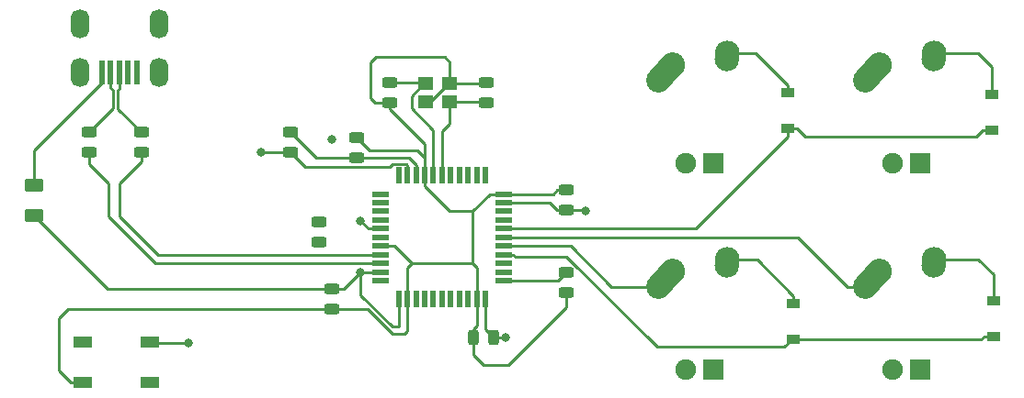
<source format=gbl>
G04 #@! TF.GenerationSoftware,KiCad,Pcbnew,8.0.4*
G04 #@! TF.CreationDate,2024-09-01T14:25:38-06:00*
G04 #@! TF.ProjectId,keyboard-pcb-mk1,6b657962-6f61-4726-942d-7063622d6d6b,rev?*
G04 #@! TF.SameCoordinates,Original*
G04 #@! TF.FileFunction,Copper,L2,Bot*
G04 #@! TF.FilePolarity,Positive*
%FSLAX46Y46*%
G04 Gerber Fmt 4.6, Leading zero omitted, Abs format (unit mm)*
G04 Created by KiCad (PCBNEW 8.0.4) date 2024-09-01 14:25:38*
%MOMM*%
%LPD*%
G01*
G04 APERTURE LIST*
G04 Aperture macros list*
%AMRoundRect*
0 Rectangle with rounded corners*
0 $1 Rounding radius*
0 $2 $3 $4 $5 $6 $7 $8 $9 X,Y pos of 4 corners*
0 Add a 4 corners polygon primitive as box body*
4,1,4,$2,$3,$4,$5,$6,$7,$8,$9,$2,$3,0*
0 Add four circle primitives for the rounded corners*
1,1,$1+$1,$2,$3*
1,1,$1+$1,$4,$5*
1,1,$1+$1,$6,$7*
1,1,$1+$1,$8,$9*
0 Add four rect primitives between the rounded corners*
20,1,$1+$1,$2,$3,$4,$5,0*
20,1,$1+$1,$4,$5,$6,$7,0*
20,1,$1+$1,$6,$7,$8,$9,0*
20,1,$1+$1,$8,$9,$2,$3,0*%
%AMHorizOval*
0 Thick line with rounded ends*
0 $1 width*
0 $2 $3 position (X,Y) of the first rounded end (center of the circle)*
0 $4 $5 position (X,Y) of the second rounded end (center of the circle)*
0 Add line between two ends*
20,1,$1,$2,$3,$4,$5,0*
0 Add two circle primitives to create the rounded ends*
1,1,$1,$2,$3*
1,1,$1,$4,$5*%
G04 Aperture macros list end*
G04 #@! TA.AperFunction,ComponentPad*
%ADD10HorizOval,2.250000X0.655001X0.730000X-0.655001X-0.730000X0*%
G04 #@! TD*
G04 #@! TA.AperFunction,ComponentPad*
%ADD11C,2.250000*%
G04 #@! TD*
G04 #@! TA.AperFunction,ComponentPad*
%ADD12HorizOval,2.250000X0.020000X0.290000X-0.020000X-0.290000X0*%
G04 #@! TD*
G04 #@! TA.AperFunction,ComponentPad*
%ADD13C,1.905000*%
G04 #@! TD*
G04 #@! TA.AperFunction,ComponentPad*
%ADD14R,1.905000X1.905000*%
G04 #@! TD*
G04 #@! TA.AperFunction,SMDPad,CuDef*
%ADD15RoundRect,0.243750X0.243750X0.456250X-0.243750X0.456250X-0.243750X-0.456250X0.243750X-0.456250X0*%
G04 #@! TD*
G04 #@! TA.AperFunction,SMDPad,CuDef*
%ADD16RoundRect,0.243750X0.456250X-0.243750X0.456250X0.243750X-0.456250X0.243750X-0.456250X-0.243750X0*%
G04 #@! TD*
G04 #@! TA.AperFunction,SMDPad,CuDef*
%ADD17RoundRect,0.243750X-0.456250X0.243750X-0.456250X-0.243750X0.456250X-0.243750X0.456250X0.243750X0*%
G04 #@! TD*
G04 #@! TA.AperFunction,SMDPad,CuDef*
%ADD18R,1.200000X0.900000*%
G04 #@! TD*
G04 #@! TA.AperFunction,SMDPad,CuDef*
%ADD19R,1.500000X0.550000*%
G04 #@! TD*
G04 #@! TA.AperFunction,SMDPad,CuDef*
%ADD20R,0.550000X1.500000*%
G04 #@! TD*
G04 #@! TA.AperFunction,SMDPad,CuDef*
%ADD21R,1.400000X1.200000*%
G04 #@! TD*
G04 #@! TA.AperFunction,SMDPad,CuDef*
%ADD22R,0.500000X2.250000*%
G04 #@! TD*
G04 #@! TA.AperFunction,ComponentPad*
%ADD23O,1.700000X2.700000*%
G04 #@! TD*
G04 #@! TA.AperFunction,SMDPad,CuDef*
%ADD24R,1.800000X1.100000*%
G04 #@! TD*
G04 #@! TA.AperFunction,SMDPad,CuDef*
%ADD25RoundRect,0.250000X0.625000X-0.375000X0.625000X0.375000X-0.625000X0.375000X-0.625000X-0.375000X0*%
G04 #@! TD*
G04 #@! TA.AperFunction,ViaPad*
%ADD26C,0.800000*%
G04 #@! TD*
G04 #@! TA.AperFunction,Conductor*
%ADD27C,0.254000*%
G04 #@! TD*
G04 APERTURE END LIST*
D10*
X167395001Y-103180000D03*
D11*
X168050000Y-102450000D03*
D12*
X173070000Y-101660000D03*
D11*
X173090000Y-101370000D03*
D13*
X169280000Y-111530000D03*
D14*
X171820000Y-111530000D03*
D10*
X148345001Y-103180000D03*
D11*
X149000000Y-102450000D03*
D12*
X154020000Y-101660000D03*
D11*
X154040000Y-101370000D03*
D13*
X150230000Y-111530000D03*
D14*
X152770000Y-111530000D03*
D10*
X167395001Y-122230000D03*
D11*
X168050000Y-121500000D03*
D12*
X173070000Y-120710000D03*
D11*
X173090000Y-120420000D03*
D13*
X169280000Y-130580000D03*
D14*
X171820000Y-130580000D03*
D10*
X148345001Y-122230000D03*
D11*
X149000000Y-121500000D03*
D12*
X154020000Y-120710000D03*
D11*
X154040000Y-120420000D03*
D13*
X150230000Y-130580000D03*
D14*
X152770000Y-130580000D03*
D15*
X132498500Y-127659000D03*
X130623500Y-127659000D03*
D16*
X119877000Y-111070500D03*
X119877000Y-109195500D03*
X139181000Y-115896500D03*
X139181000Y-114021500D03*
D17*
X131815000Y-104115500D03*
X131815000Y-105990500D03*
D16*
X122925000Y-105990500D03*
X122925000Y-104115500D03*
D17*
X116448000Y-116942500D03*
X116448000Y-118817500D03*
D18*
X178424000Y-108481000D03*
X178424000Y-105181000D03*
X178551000Y-127531000D03*
X178551000Y-124231000D03*
D16*
X139181000Y-123516500D03*
X139181000Y-121641500D03*
D19*
X122051000Y-122388000D03*
X122051000Y-121588000D03*
X122051000Y-120788000D03*
X122051000Y-119988000D03*
X122051000Y-119188000D03*
X122051000Y-118388000D03*
X122051000Y-117588000D03*
X122051000Y-116788000D03*
X122051000Y-115988000D03*
X122051000Y-115188000D03*
X122051000Y-114388000D03*
D20*
X123751000Y-112688000D03*
X124551000Y-112688000D03*
X125351000Y-112688000D03*
X126151000Y-112688000D03*
X126951000Y-112688000D03*
X127751000Y-112688000D03*
X128551000Y-112688000D03*
X129351000Y-112688000D03*
X130151000Y-112688000D03*
X130951000Y-112688000D03*
X131751000Y-112688000D03*
D19*
X133451000Y-114388000D03*
X133451000Y-115188000D03*
X133451000Y-115988000D03*
X133451000Y-116788000D03*
X133451000Y-117588000D03*
X133451000Y-118388000D03*
X133451000Y-119188000D03*
X133451000Y-119988000D03*
X133451000Y-120788000D03*
X133451000Y-121588000D03*
X133451000Y-122388000D03*
D20*
X131751000Y-124088000D03*
X130951000Y-124088000D03*
X130151000Y-124088000D03*
X129351000Y-124088000D03*
X128551000Y-124088000D03*
X127751000Y-124088000D03*
X126951000Y-124088000D03*
X126151000Y-124088000D03*
X125351000Y-124088000D03*
X124551000Y-124088000D03*
X123751000Y-124088000D03*
D21*
X128470000Y-105903000D03*
X126270000Y-105903000D03*
X126270000Y-104203000D03*
X128470000Y-104203000D03*
D16*
X100065000Y-110562500D03*
X100065000Y-108687500D03*
D22*
X99633000Y-103203000D03*
X98833000Y-103203000D03*
X98033000Y-103203000D03*
X97233000Y-103203000D03*
X96433000Y-103203000D03*
D23*
X101683000Y-98703000D03*
X94383000Y-98703000D03*
X101683000Y-103203000D03*
X94383000Y-103203000D03*
D16*
X113781000Y-110562500D03*
X113781000Y-108687500D03*
D24*
X94679000Y-131795000D03*
X100879000Y-128095000D03*
X94679000Y-128095000D03*
X100879000Y-131795000D03*
D16*
X95239000Y-110562500D03*
X95239000Y-108687500D03*
D17*
X117591000Y-123165500D03*
X117591000Y-125040500D03*
D25*
X90159000Y-116359000D03*
X90159000Y-113559000D03*
D18*
X160136000Y-127785000D03*
X160136000Y-124485000D03*
X159628000Y-108354000D03*
X159628000Y-105054000D03*
D26*
X120263000Y-121588000D03*
X117591000Y-109371000D03*
X133593000Y-127659000D03*
X140959000Y-115975000D03*
X120263000Y-116859000D03*
X111065500Y-110562500D03*
X104383000Y-128167000D03*
D27*
X126670000Y-105903000D02*
X128370000Y-104203000D01*
X130545000Y-115975000D02*
X132132000Y-114388000D01*
X123179000Y-127285066D02*
X124314934Y-127285066D01*
X124551000Y-121207000D02*
X124551000Y-124088000D01*
X139181000Y-123516500D02*
X139181000Y-124865000D01*
X128370000Y-104203000D02*
X128470000Y-104203000D01*
X126151000Y-112688000D02*
X126151000Y-113692000D01*
X131561000Y-130199000D02*
X130623500Y-129261500D01*
X139181000Y-124865000D02*
X133847000Y-130199000D01*
X124314934Y-127285066D02*
X124551000Y-127049000D01*
X130623500Y-129261500D02*
X130623500Y-127659000D01*
X93285500Y-125040500D02*
X117591000Y-125040500D01*
X130623500Y-127659000D02*
X130623500Y-126859000D01*
X124551000Y-127049000D02*
X124551000Y-124088000D01*
X117591000Y-125040500D02*
X120934434Y-125040500D01*
X130545000Y-115975000D02*
X130545000Y-120801000D01*
X126151000Y-111684000D02*
X126151000Y-112688000D01*
X92445000Y-130715000D02*
X92445000Y-125881000D01*
X121147000Y-105561000D02*
X121147000Y-102259000D01*
X128434000Y-115975000D02*
X130545000Y-115975000D01*
X120934434Y-125040500D02*
X123179000Y-127285066D01*
X122925000Y-105990500D02*
X121576500Y-105990500D01*
X131727500Y-104203000D02*
X131815000Y-104115500D01*
X126151000Y-113692000D02*
X128434000Y-115975000D01*
X92445000Y-125881000D02*
X93285500Y-125040500D01*
X133847000Y-130199000D02*
X131561000Y-130199000D01*
X130951000Y-121207000D02*
X130951000Y-124088000D01*
X123344000Y-119188000D02*
X122051000Y-119188000D01*
X130951000Y-126531500D02*
X130951000Y-125092000D01*
X126151000Y-109804000D02*
X126151000Y-111073000D01*
X130951000Y-125092000D02*
X130951000Y-124088000D01*
X124957000Y-120801000D02*
X124551000Y-121207000D01*
X126270000Y-105903000D02*
X126670000Y-105903000D01*
X128470000Y-102216000D02*
X128470000Y-104203000D01*
X130623500Y-126859000D02*
X130951000Y-126531500D01*
X94679000Y-131795000D02*
X93525000Y-131795000D01*
X121068500Y-110387000D02*
X125465000Y-110387000D01*
X130545000Y-120801000D02*
X124957000Y-120801000D01*
X138014500Y-114388000D02*
X133451000Y-114388000D01*
X128005000Y-101751000D02*
X128470000Y-102216000D01*
X126151000Y-111073000D02*
X126151000Y-111684000D01*
X138381000Y-114021500D02*
X138014500Y-114388000D01*
X128470000Y-104203000D02*
X131727500Y-104203000D01*
X121147000Y-102259000D02*
X121655000Y-101751000D01*
X119877000Y-109195500D02*
X121068500Y-110387000D01*
X93525000Y-131795000D02*
X92445000Y-130715000D01*
X121655000Y-101751000D02*
X128005000Y-101751000D01*
X124957000Y-120801000D02*
X123344000Y-119188000D01*
X139181000Y-114021500D02*
X138381000Y-114021500D01*
X122925000Y-105990500D02*
X122925000Y-106578000D01*
X130545000Y-120801000D02*
X130951000Y-121207000D01*
X125465000Y-110387000D02*
X126151000Y-111073000D01*
X122925000Y-106578000D02*
X126151000Y-109804000D01*
X121576500Y-105990500D02*
X121147000Y-105561000D01*
X132132000Y-114388000D02*
X133451000Y-114388000D01*
X123751000Y-126579000D02*
X123751000Y-124088000D01*
X132498500Y-127659000D02*
X133593000Y-127659000D01*
X120263000Y-123727000D02*
X123179000Y-126643000D01*
X90159000Y-116359000D02*
X96965500Y-123165500D01*
X140880500Y-115896500D02*
X140959000Y-115975000D01*
X138381000Y-115896500D02*
X137672500Y-115188000D01*
X125351000Y-111684000D02*
X125351000Y-112688000D01*
X123179000Y-126643000D02*
X123687000Y-126643000D01*
X120992000Y-117588000D02*
X120263000Y-116859000D01*
X139181000Y-115896500D02*
X138381000Y-115896500D01*
X124737500Y-111070500D02*
X125351000Y-111684000D01*
X120263000Y-121588000D02*
X120263000Y-123727000D01*
X123687000Y-126643000D02*
X123751000Y-126579000D01*
X116164000Y-111070500D02*
X119877000Y-111070500D01*
X113781000Y-108687500D02*
X116164000Y-111070500D01*
X137672500Y-115188000D02*
X134455000Y-115188000D01*
X134455000Y-115188000D02*
X133451000Y-115188000D01*
X118685500Y-123165500D02*
X120263000Y-121588000D01*
X139181000Y-115896500D02*
X140880500Y-115896500D01*
X132498500Y-127659000D02*
X131751000Y-126911500D01*
X120263000Y-121588000D02*
X122051000Y-121588000D01*
X131751000Y-126911500D02*
X131751000Y-124088000D01*
X122051000Y-117588000D02*
X120992000Y-117588000D01*
X117591000Y-123165500D02*
X118685500Y-123165500D01*
X96965500Y-123165500D02*
X117591000Y-123165500D01*
X119877000Y-111070500D02*
X124737500Y-111070500D01*
X131727500Y-105903000D02*
X131815000Y-105990500D01*
X127751000Y-108609000D02*
X127751000Y-112688000D01*
X128470000Y-105903000D02*
X128470000Y-107636000D01*
X128470000Y-105903000D02*
X128470000Y-107890000D01*
X128470000Y-105903000D02*
X131727500Y-105903000D01*
X128470000Y-107890000D02*
X127751000Y-108609000D01*
X126182500Y-104115500D02*
X126270000Y-104203000D01*
X126270000Y-104203000D02*
X126081398Y-104203000D01*
X126951000Y-108472602D02*
X126951000Y-111684000D01*
X124957000Y-105327398D02*
X124957000Y-106478602D01*
X126081398Y-104203000D02*
X124957000Y-105327398D01*
X122925000Y-104115500D02*
X126182500Y-104115500D01*
X124957000Y-106478602D02*
X126951000Y-108472602D01*
X126951000Y-111684000D02*
X126951000Y-112688000D01*
X159628000Y-104350000D02*
X159628000Y-105054000D01*
X156648000Y-101370000D02*
X159628000Y-104350000D01*
X154040000Y-101370000D02*
X156648000Y-101370000D01*
X133451000Y-117588000D02*
X151098000Y-117588000D01*
X176934000Y-109117000D02*
X177570000Y-108481000D01*
X177570000Y-108481000D02*
X178424000Y-108481000D01*
X161245000Y-109117000D02*
X176934000Y-109117000D01*
X160482000Y-108354000D02*
X161245000Y-109117000D01*
X159628000Y-109058000D02*
X159628000Y-108354000D01*
X159628000Y-108354000D02*
X160482000Y-108354000D01*
X151098000Y-117588000D02*
X159628000Y-109058000D01*
X160136000Y-123781000D02*
X160136000Y-124485000D01*
X154000000Y-120460000D02*
X154040000Y-120420000D01*
X154040000Y-120420000D02*
X156775000Y-120420000D01*
X154000000Y-121000000D02*
X154000000Y-120460000D01*
X156775000Y-120420000D02*
X160136000Y-123781000D01*
X134304000Y-119988000D02*
X134501999Y-120185999D01*
X177407099Y-127820901D02*
X177697000Y-127531000D01*
X139232677Y-120185999D02*
X147535678Y-128489000D01*
X159986000Y-127785000D02*
X160136000Y-127785000D01*
X160990000Y-127785000D02*
X161025901Y-127820901D01*
X159282000Y-128489000D02*
X159986000Y-127785000D01*
X147535678Y-128489000D02*
X159282000Y-128489000D01*
X177697000Y-127531000D02*
X178551000Y-127531000D01*
X134501999Y-120185999D02*
X139232677Y-120185999D01*
X161025901Y-127820901D02*
X177407099Y-127820901D01*
X160136000Y-127785000D02*
X160990000Y-127785000D01*
X133451000Y-119988000D02*
X134304000Y-119988000D01*
X178424000Y-102640000D02*
X178424000Y-105181000D01*
X177154000Y-101370000D02*
X178424000Y-102640000D01*
X173090000Y-101370000D02*
X177154000Y-101370000D01*
X177154000Y-120420000D02*
X178551000Y-121817000D01*
X178551000Y-121817000D02*
X178551000Y-124231000D01*
X173090000Y-120420000D02*
X177154000Y-120420000D01*
X90159000Y-113559000D02*
X90159000Y-110352000D01*
X90159000Y-110352000D02*
X96433000Y-104078000D01*
X96433000Y-104078000D02*
X96433000Y-103203000D01*
X133451000Y-119188000D02*
X139600000Y-119188000D01*
X139600000Y-119188000D02*
X143372000Y-122960000D01*
X143372000Y-122960000D02*
X147690000Y-122960000D01*
X165126778Y-122960000D02*
X166740000Y-122960000D01*
X160554778Y-118388000D02*
X165126778Y-122960000D01*
X133451000Y-118388000D02*
X160554778Y-118388000D01*
X97233000Y-104582000D02*
X97450000Y-104799000D01*
X97450000Y-106476500D02*
X95239000Y-108687500D01*
X97233000Y-103203000D02*
X97233000Y-104582000D01*
X97450000Y-104799000D02*
X97450000Y-106476500D01*
X97017000Y-116483000D02*
X101322000Y-120788000D01*
X95239000Y-111657000D02*
X97017000Y-113435000D01*
X95239000Y-110562500D02*
X95239000Y-111657000D01*
X101322000Y-120788000D02*
X122051000Y-120788000D01*
X97017000Y-113435000D02*
X97017000Y-116483000D01*
X98033000Y-103203000D02*
X98033000Y-104670010D01*
X97904010Y-106526510D02*
X100065000Y-108687500D01*
X97904010Y-104799000D02*
X97904010Y-106526510D01*
X98033000Y-104670010D02*
X97904010Y-104799000D01*
X121960000Y-119988000D02*
X122051000Y-119988000D01*
X121909000Y-120039000D02*
X121960000Y-119988000D01*
X98033000Y-113435000D02*
X98033000Y-116483000D01*
X100065000Y-111403000D02*
X98033000Y-113435000D01*
X98033000Y-116483000D02*
X101589000Y-120039000D01*
X101589000Y-120039000D02*
X121909000Y-120039000D01*
X100065000Y-110562500D02*
X100065000Y-111403000D01*
X122914398Y-111911000D02*
X123214399Y-111610999D01*
X104383000Y-128167000D02*
X100951000Y-128167000D01*
X113781000Y-110562500D02*
X111065500Y-110562500D01*
X123214399Y-111610999D02*
X124477999Y-111610999D01*
X100951000Y-128167000D02*
X100879000Y-128095000D01*
X124477999Y-111610999D02*
X124551000Y-111684000D01*
X124551000Y-111684000D02*
X124551000Y-112688000D01*
X113781000Y-110562500D02*
X115129500Y-111911000D01*
X115129500Y-111911000D02*
X122914398Y-111911000D01*
X138434500Y-122388000D02*
X133451000Y-122388000D01*
X139181000Y-121641500D02*
X138434500Y-122388000D01*
M02*

</source>
